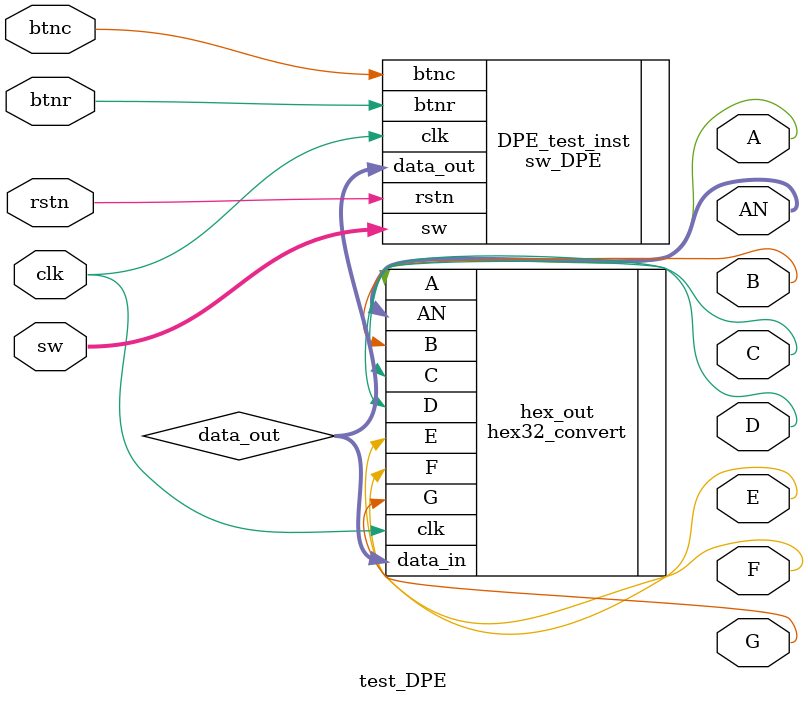
<source format=v>
`timescale 1ns / 1ps


module test_DPE(
    input clk,
    input rstn,
    input [15:0] sw,
    input btnr,
    input btnc,
    output A,B,C,D,E,F,G,
    output [7:0] AN
    );
    wire [31:0] data_out;
    sw_DPE DPE_test_inst(
        .clk (clk),
        .rstn (rstn),
        .sw (sw),
        .btnr (btnr),
        .btnc (btnc),
        .data_out (data_out)
    );
    hex32_convert hex_out(
        .clk (clk),
        .data_in (data_out),
        .A (A),
        .B (B),
        .C (C),
        .D (D),
        .E (E),
        .F (F),
        .G (G),
        .AN (AN)
    );
endmodule

</source>
